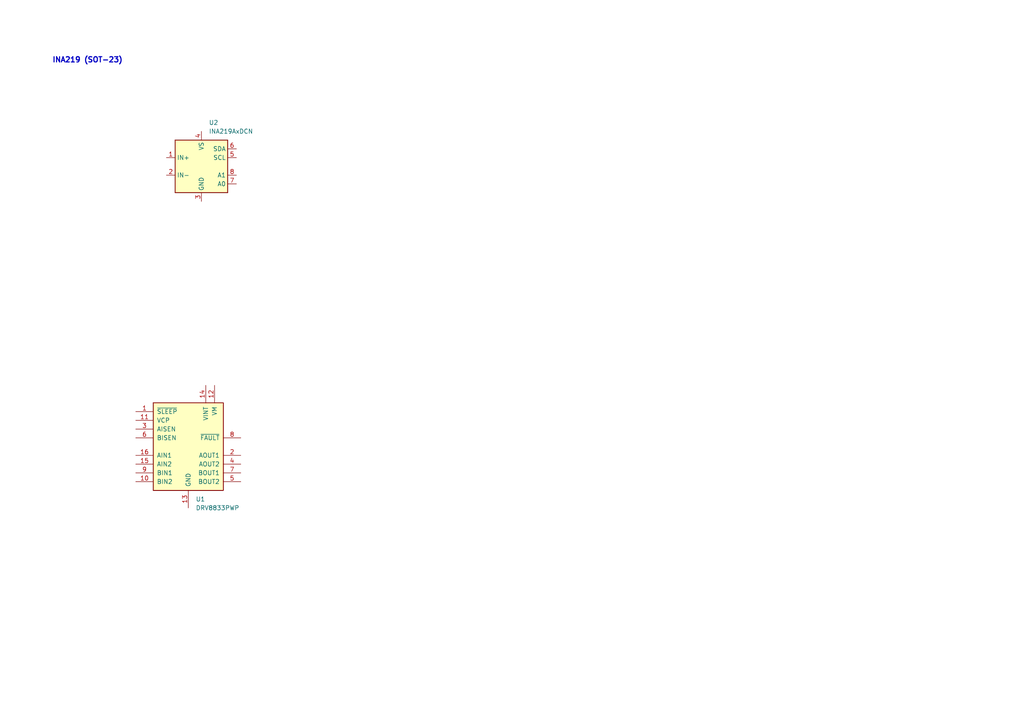
<source format=kicad_sch>
(kicad_sch (version 20250114) (generator "eeschema") (generator_version "9.0")
  (paper "A4")
  (title_block (title "Power Board") (date "2025-03-12") (company "University of Cape Town") (comment 1 "Amos Manganye MNGAMO004") (comment 2 "Nyakallo Peete PTXNYA001"))
  (lib_symbols
    (symbol "Driver_Motor:DRV8833PWP" (pin_names (offset 1.016))
      (property "Reference" "U" (at -3.81 16.51 0))
      (property "Value" "DRV8833PWP" (at -3.81 13.97 0))
      (symbol "DRV8833PWP_0_1"
        (rectangle (start -10.16 12.7) (end 10.16 -12.7) (stroke (width 0.254)) (fill (type background)))
      )
      (symbol "DRV8833PWP_1_1"
        (pin input line (at -15.24 10.16 0) (length 5.08) (name "~{SLEEP}") (number "1"))
        (pin bidirectional line (at -15.24 7.62 0) (length 5.08) (name "VCP") (number "11"))
        (pin bidirectional line (at -15.24 5.08 0) (length 5.08) (name "AISEN") (number "3"))
        (pin bidirectional line (at -15.24 2.54 0) (length 5.08) (name "BISEN") (number "6"))
        (pin input line (at -15.24 -2.54 0) (length 5.08) (name "AIN1") (number "16"))
        (pin input line (at -15.24 -5.08 0) (length 5.08) (name "AIN2") (number "15"))
        (pin input line (at -15.24 -7.62 0) (length 5.08) (name "BIN1") (number "9"))
        (pin input line (at -15.24 -10.16 0) (length 5.08) (name "BIN2") (number "10"))
        (pin power_in line (at 0 -17.78 90) (length 5.08) (name "GND") (number "13"))
        (pin passive line (at 0 -17.78 90) (length 5.08) (hide yes) (name "GND") (number "17"))
        (pin power_in line (at 5.08 17.78 270) (length 5.08) (name "VINT") (number "14"))
        (pin power_in line (at 7.62 17.78 270) (length 5.08) (name "VM") (number "12"))
        (pin open_collector line (at 15.24 2.54 180) (length 5.08) (name "~{FAULT}") (number "8"))
        (pin power_out line (at 15.24 -2.54 180) (length 5.08) (name "AOUT1") (number "2"))
        (pin power_out line (at 15.24 -5.08 180) (length 5.08) (name "AOUT2") (number "4"))
        (pin power_out line (at 15.24 -7.62 180) (length 5.08) (name "BOUT1") (number "7"))
        (pin power_out line (at 15.24 -10.16 180) (length 5.08) (name "BOUT2") (number "5"))
      )
    )
    (symbol "Sensor_Energy:INA219AxDCN"
      (property "Reference" "U" (at -6.35 8.89 0))
      (property "Value" "INA219AxDCN" (at 6.35 8.89 0))
      (symbol "INA219AxDCN_0_1"
        (rectangle (start -7.62 7.62) (end 7.62 -7.62) (stroke (width 0.254)) (fill (type background)))
      )
      (symbol "INA219AxDCN_1_1"
        (pin input line (at -10.16 2.54 0) (length 2.54) (name "IN+") (number "1"))
        (pin input line (at -10.16 -2.54 0) (length 2.54) (name "IN-") (number "2"))
        (pin power_in line (at 0 10.16 270) (length 2.54) (name "VS") (number "4"))
        (pin power_in line (at 0 -10.16 90) (length 2.54) (name "GND") (number "3"))
        (pin bidirectional line (at 10.16 5.08 180) (length 2.54) (name "SDA") (number "6"))
        (pin input line (at 10.16 2.54 180) (length 2.54) (name "SCL") (number "5"))
        (pin input line (at 10.16 -2.54 180) (length 2.54) (name "A1") (number "8"))
        (pin input line (at 10.16 -5.08 180) (length 2.54) (name "A0") (number "7"))
      )
    )
  )
  (text "INA219 (SOT-23)" (at 25.4 17.526 0) (effects (font (size 1.524 1.524) (thickness 0.3048) (bold yes))))
  (symbol (lib_id "Driver_Motor:DRV8833PWP") (at 54.61 129.54 0) (unit 1)
    (property "Reference" "U1" (at 56.7533 144.78 0) (effects (justify left)))
    (property "Value" "DRV8833PWP" (at 56.7533 147.32 0) (effects (justify left)))
    (property "Footprint" "Package_SO:HTSSOP-16-1EP_4.4x5mm_P0.65mm_EP3.4x5mm_Mask2.46x2.31mm_ThermalVias" (effects (hide yes)))
    (property "Datasheet" "http://www.ti.com/lit/ds/symlink/drv8833.pdf" (effects (hide yes)))
    (property "Description" "Dual H-Bridge Motor Driver, HTSSOP-16" (effects (hide yes)))
  )
  (symbol (lib_id "Sensor_Energy:INA219AxDCN") (at 58.42 48.26 0) (unit 1)
    (property "Reference" "U2" (at 60.5633 35.56 0) (effects (justify left)))
    (property "Value" "INA219AxDCN" (at 60.5633 38.1 0) (effects (justify left)))
    (property "Footprint" "Package_TO_SOT_SMD:SOT-23-8" (effects (hide yes)))
    (property "Datasheet" "http://www.ti.com/lit/ds/symlink/ina219.pdf" (effects (hide yes)))
    (property "Description" "Zero-Drift, Bidirectional Current/Power Monitor (0-26V) With I2C Interface, SOT-23-8" (effects (hide yes)))
  )
)
</source>
